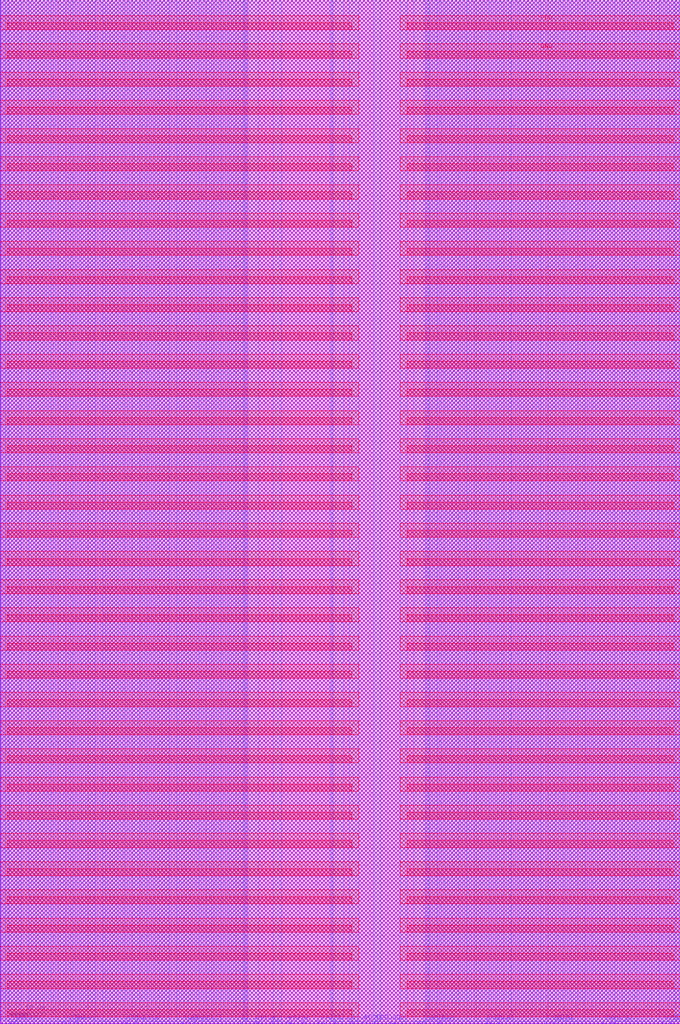
<source format=lef>
# Created by MC2 : Version 2006.09.01.d on 2024/04/08, 13:51:32

###############################################################################
#        Software       : TSMC MEMORY COMPILER 2006.09.01.d
#        Technology     : 65 nm CMOS LOGIC Low Power LowK Cu 1P9M 1.2
#                         Mix-vt logic, High-vt SRAM
#        Memory Type    : TSMC 65nm low power SP SRAM Without Redundancy
#        Library Name   : ts1n65lpa8192x8m16
#        Library Version: 140a
#        Generated Time : 2024/04/08, 13:51:24
###############################################################################
#
#STATEMENT OF USE
#
#This information contains confidential and proprietary information of TSMC.
#No part of this information may be reproduced, transmitted, transcribed,
#stored in a retrieval system, or translated into any human or computer
#language, in any form or by any means, electronic, mechanical, magnetic,
#optical, chemical, manual, or otherwise, without the prior written permission
#of TSMC. This information was prepared for informational purpose and is for
#use by TSMC's customers only. TSMC reserves the right to make changes in the
#information at any time and without notice.
#
###############################################################################
 
MACRO TS1N65LPA8192X8M16
	CLASS BLOCK ;
	FOREIGN TS1N65LPA8192X8M16 0.0 0.0 ;
	ORIGIN 0.0 0.0 ;
	SIZE 192.940 BY 290.485 ;
	SYMMETRY X Y R90 ;

	PIN A[0]
		DIRECTION INPUT ;
		USE SIGNAL ;
		PORT
			LAYER M1 ;
			RECT 99.335 0.000 99.855 0.520 ;
			LAYER M2 ;
			RECT 99.335 0.000 99.855 0.520 ;
			LAYER M3 ;
			RECT 99.335 0.000 99.855 0.520 ;
		END
	END A[0]

	PIN A[10]
		DIRECTION INPUT ;
		USE SIGNAL ;
		PORT
			LAYER M3 ;
			RECT 76.675 0.000 77.195 0.520 ;
			LAYER M1 ;
			RECT 76.675 0.000 77.195 0.520 ;
			LAYER M2 ;
			RECT 76.675 0.000 77.195 0.520 ;
		END
	END A[10]

	PIN A[11]
		DIRECTION INPUT ;
		USE SIGNAL ;
		PORT
			LAYER M1 ;
			RECT 73.500 0.000 74.020 0.520 ;
			LAYER M2 ;
			RECT 73.500 0.000 74.020 0.520 ;
			LAYER M3 ;
			RECT 73.500 0.000 74.020 0.520 ;
		END
	END A[11]

	PIN A[12]
		DIRECTION INPUT ;
		USE SIGNAL ;
		PORT
			LAYER M2 ;
			RECT 72.055 0.000 72.575 0.520 ;
			LAYER M1 ;
			RECT 72.055 0.000 72.575 0.520 ;
			LAYER M3 ;
			RECT 72.055 0.000 72.575 0.520 ;
		END
	END A[12]

	PIN A[1]
		DIRECTION INPUT ;
		USE SIGNAL ;
		PORT
			LAYER M2 ;
			RECT 102.790 0.000 103.310 0.520 ;
			LAYER M3 ;
			RECT 102.790 0.000 103.310 0.520 ;
			LAYER M1 ;
			RECT 102.790 0.000 103.310 0.520 ;
		END
	END A[1]

	PIN A[2]
		DIRECTION INPUT ;
		USE SIGNAL ;
		PORT
			LAYER M1 ;
			RECT 103.510 0.000 104.030 0.520 ;
			LAYER M2 ;
			RECT 103.510 0.000 104.030 0.520 ;
			LAYER M3 ;
			RECT 103.510 0.000 104.030 0.520 ;
		END
	END A[2]

	PIN A[3]
		DIRECTION INPUT ;
		USE SIGNAL ;
		PORT
			LAYER M1 ;
			RECT 105.670 0.000 106.190 0.520 ;
			LAYER M3 ;
			RECT 105.670 0.000 106.190 0.520 ;
			LAYER M2 ;
			RECT 105.670 0.000 106.190 0.520 ;
		END
	END A[3]

	PIN A[4]
		DIRECTION INPUT ;
		USE SIGNAL ;
		PORT
			LAYER M2 ;
			RECT 95.155 0.000 95.675 0.520 ;
			LAYER M3 ;
			RECT 95.155 0.000 95.675 0.520 ;
			LAYER M1 ;
			RECT 95.155 0.000 95.675 0.520 ;
		END
	END A[4]

	PIN A[5]
		DIRECTION INPUT ;
		USE SIGNAL ;
		PORT
			LAYER M3 ;
			RECT 91.980 0.000 92.500 0.520 ;
			LAYER M2 ;
			RECT 91.980 0.000 92.500 0.520 ;
			LAYER M1 ;
			RECT 91.980 0.000 92.500 0.520 ;
		END
	END A[5]

	PIN A[6]
		DIRECTION INPUT ;
		USE SIGNAL ;
		PORT
			LAYER M2 ;
			RECT 90.535 0.000 91.055 0.520 ;
			LAYER M3 ;
			RECT 90.535 0.000 91.055 0.520 ;
			LAYER M1 ;
			RECT 90.535 0.000 91.055 0.520 ;
		END
	END A[6]

	PIN A[7]
		DIRECTION INPUT ;
		USE SIGNAL ;
		PORT
			LAYER M3 ;
			RECT 85.915 0.000 86.435 0.520 ;
			LAYER M2 ;
			RECT 85.915 0.000 86.435 0.520 ;
			LAYER M1 ;
			RECT 85.915 0.000 86.435 0.520 ;
		END
	END A[7]

	PIN A[8]
		DIRECTION INPUT ;
		USE SIGNAL ;
		PORT
			LAYER M1 ;
			RECT 82.740 0.000 83.260 0.520 ;
			LAYER M2 ;
			RECT 82.740 0.000 83.260 0.520 ;
			LAYER M3 ;
			RECT 82.740 0.000 83.260 0.520 ;
		END
	END A[8]

	PIN A[9]
		DIRECTION INPUT ;
		USE SIGNAL ;
		PORT
			LAYER M3 ;
			RECT 81.295 0.000 81.815 0.520 ;
			LAYER M1 ;
			RECT 81.295 0.000 81.815 0.520 ;
			LAYER M2 ;
			RECT 81.295 0.000 81.815 0.520 ;
		END
	END A[9]

	PIN BWEB[0]
		DIRECTION INPUT ;
		USE SIGNAL ;
		PORT
			LAYER M1 ;
			RECT 4.335 0.000 4.855 0.520 ;
			LAYER M2 ;
			RECT 4.335 0.000 4.855 0.520 ;
			LAYER M3 ;
			RECT 4.335 0.000 4.855 0.520 ;
		END
	END BWEB[0]

	PIN BWEB[1]
		DIRECTION INPUT ;
		USE SIGNAL ;
		PORT
			LAYER M3 ;
			RECT 21.135 0.000 21.655 0.520 ;
			LAYER M1 ;
			RECT 21.135 0.000 21.655 0.520 ;
			LAYER M2 ;
			RECT 21.135 0.000 21.655 0.520 ;
		END
	END BWEB[1]

	PIN BWEB[2]
		DIRECTION INPUT ;
		USE SIGNAL ;
		PORT
			LAYER M1 ;
			RECT 37.935 0.000 38.455 0.520 ;
			LAYER M2 ;
			RECT 37.935 0.000 38.455 0.520 ;
			LAYER M3 ;
			RECT 37.935 0.000 38.455 0.520 ;
		END
	END BWEB[2]

	PIN BWEB[3]
		DIRECTION INPUT ;
		USE SIGNAL ;
		PORT
			LAYER M3 ;
			RECT 54.735 0.000 55.255 0.520 ;
			LAYER M1 ;
			RECT 54.735 0.000 55.255 0.520 ;
			LAYER M2 ;
			RECT 54.735 0.000 55.255 0.520 ;
		END
	END BWEB[3]

	PIN BWEB[4]
		DIRECTION INPUT ;
		USE SIGNAL ;
		PORT
			LAYER M3 ;
			RECT 137.685 0.000 138.205 0.520 ;
			LAYER M1 ;
			RECT 137.685 0.000 138.205 0.520 ;
			LAYER M2 ;
			RECT 137.685 0.000 138.205 0.520 ;
		END
	END BWEB[4]

	PIN BWEB[5]
		DIRECTION INPUT ;
		USE SIGNAL ;
		PORT
			LAYER M1 ;
			RECT 154.485 0.000 155.005 0.520 ;
			LAYER M2 ;
			RECT 154.485 0.000 155.005 0.520 ;
			LAYER M3 ;
			RECT 154.485 0.000 155.005 0.520 ;
		END
	END BWEB[5]

	PIN BWEB[6]
		DIRECTION INPUT ;
		USE SIGNAL ;
		PORT
			LAYER M2 ;
			RECT 171.285 0.000 171.805 0.520 ;
			LAYER M1 ;
			RECT 171.285 0.000 171.805 0.520 ;
			LAYER M3 ;
			RECT 171.285 0.000 171.805 0.520 ;
		END
	END BWEB[6]

	PIN BWEB[7]
		DIRECTION INPUT ;
		USE SIGNAL ;
		PORT
			LAYER M2 ;
			RECT 188.085 0.000 188.605 0.520 ;
			LAYER M3 ;
			RECT 188.085 0.000 188.605 0.520 ;
			LAYER M1 ;
			RECT 188.085 0.000 188.605 0.520 ;
		END
	END BWEB[7]

	PIN CEB
		DIRECTION INPUT ;
		USE SIGNAL ;
		PORT
			LAYER M2 ;
			RECT 106.390 0.000 106.910 0.520 ;
			LAYER M1 ;
			RECT 106.390 0.000 106.910 0.520 ;
			LAYER M3 ;
			RECT 106.390 0.000 106.910 0.520 ;
		END
	END CEB

	PIN CLK
		DIRECTION INPUT ;
		USE SIGNAL ;
		PORT
			LAYER M3 ;
			RECT 111.595 0.000 112.115 0.520 ;
			LAYER M1 ;
			RECT 111.595 0.000 112.115 0.520 ;
			LAYER M2 ;
			RECT 111.595 0.000 112.115 0.520 ;
		END
	END CLK

	PIN D[0]
		DIRECTION INPUT ;
		USE SIGNAL ;
		PORT
			LAYER M1 ;
			RECT 2.585 0.000 3.105 0.520 ;
			LAYER M3 ;
			RECT 2.585 0.000 3.105 0.520 ;
			LAYER M2 ;
			RECT 2.585 0.000 3.105 0.520 ;
		END
	END D[0]

	PIN D[1]
		DIRECTION INPUT ;
		USE SIGNAL ;
		PORT
			LAYER M3 ;
			RECT 19.385 0.000 19.905 0.520 ;
			LAYER M1 ;
			RECT 19.385 0.000 19.905 0.520 ;
			LAYER M2 ;
			RECT 19.385 0.000 19.905 0.520 ;
		END
	END D[1]

	PIN D[2]
		DIRECTION INPUT ;
		USE SIGNAL ;
		PORT
			LAYER M2 ;
			RECT 36.185 0.000 36.705 0.520 ;
			LAYER M3 ;
			RECT 36.185 0.000 36.705 0.520 ;
			LAYER M1 ;
			RECT 36.185 0.000 36.705 0.520 ;
		END
	END D[2]

	PIN D[3]
		DIRECTION INPUT ;
		USE SIGNAL ;
		PORT
			LAYER M2 ;
			RECT 52.985 0.000 53.505 0.520 ;
			LAYER M3 ;
			RECT 52.985 0.000 53.505 0.520 ;
			LAYER M1 ;
			RECT 52.985 0.000 53.505 0.520 ;
		END
	END D[3]

	PIN D[4]
		DIRECTION INPUT ;
		USE SIGNAL ;
		PORT
			LAYER M3 ;
			RECT 139.435 0.000 139.955 0.520 ;
			LAYER M1 ;
			RECT 139.435 0.000 139.955 0.520 ;
			LAYER M2 ;
			RECT 139.435 0.000 139.955 0.520 ;
		END
	END D[4]

	PIN D[5]
		DIRECTION INPUT ;
		USE SIGNAL ;
		PORT
			LAYER M1 ;
			RECT 156.235 0.000 156.755 0.520 ;
			LAYER M2 ;
			RECT 156.235 0.000 156.755 0.520 ;
			LAYER M3 ;
			RECT 156.235 0.000 156.755 0.520 ;
		END
	END D[5]

	PIN D[6]
		DIRECTION INPUT ;
		USE SIGNAL ;
		PORT
			LAYER M2 ;
			RECT 173.035 0.000 173.555 0.520 ;
			LAYER M3 ;
			RECT 173.035 0.000 173.555 0.520 ;
			LAYER M1 ;
			RECT 173.035 0.000 173.555 0.520 ;
		END
	END D[6]

	PIN D[7]
		DIRECTION INPUT ;
		USE SIGNAL ;
		PORT
			LAYER M3 ;
			RECT 189.835 0.000 190.355 0.520 ;
			LAYER M1 ;
			RECT 189.835 0.000 190.355 0.520 ;
			LAYER M2 ;
			RECT 189.835 0.000 190.355 0.520 ;
		END
	END D[7]

	PIN Q[0]
		DIRECTION OUTPUT ;
		USE SIGNAL ;
		PORT
			LAYER M3 ;
			RECT 17.790 0.000 18.310 0.520 ;
			LAYER M1 ;
			RECT 17.790 0.000 18.310 0.520 ;
			LAYER M2 ;
			RECT 17.790 0.000 18.310 0.520 ;
		END
	END Q[0]

	PIN Q[1]
		DIRECTION OUTPUT ;
		USE SIGNAL ;
		PORT
			LAYER M2 ;
			RECT 34.590 0.000 35.110 0.520 ;
			LAYER M3 ;
			RECT 34.590 0.000 35.110 0.520 ;
			LAYER M1 ;
			RECT 34.590 0.000 35.110 0.520 ;
		END
	END Q[1]

	PIN Q[2]
		DIRECTION OUTPUT ;
		USE SIGNAL ;
		PORT
			LAYER M3 ;
			RECT 51.390 0.000 51.910 0.520 ;
			LAYER M2 ;
			RECT 51.390 0.000 51.910 0.520 ;
			LAYER M1 ;
			RECT 51.390 0.000 51.910 0.520 ;
		END
	END Q[2]

	PIN Q[3]
		DIRECTION OUTPUT ;
		USE SIGNAL ;
		PORT
			LAYER M2 ;
			RECT 68.190 0.000 68.710 0.520 ;
			LAYER M1 ;
			RECT 68.190 0.000 68.710 0.520 ;
			LAYER M3 ;
			RECT 68.190 0.000 68.710 0.520 ;
		END
	END Q[3]

	PIN Q[4]
		DIRECTION OUTPUT ;
		USE SIGNAL ;
		PORT
			LAYER M2 ;
			RECT 124.230 0.000 124.750 0.520 ;
			LAYER M3 ;
			RECT 124.230 0.000 124.750 0.520 ;
			LAYER M1 ;
			RECT 124.230 0.000 124.750 0.520 ;
		END
	END Q[4]

	PIN Q[5]
		DIRECTION OUTPUT ;
		USE SIGNAL ;
		PORT
			LAYER M3 ;
			RECT 141.030 0.000 141.550 0.520 ;
			LAYER M1 ;
			RECT 141.030 0.000 141.550 0.520 ;
			LAYER M2 ;
			RECT 141.030 0.000 141.550 0.520 ;
		END
	END Q[5]

	PIN Q[6]
		DIRECTION OUTPUT ;
		USE SIGNAL ;
		PORT
			LAYER M1 ;
			RECT 157.830 0.000 158.350 0.520 ;
			LAYER M2 ;
			RECT 157.830 0.000 158.350 0.520 ;
			LAYER M3 ;
			RECT 157.830 0.000 158.350 0.520 ;
		END
	END Q[6]

	PIN Q[7]
		DIRECTION OUTPUT ;
		USE SIGNAL ;
		PORT
			LAYER M3 ;
			RECT 174.630 0.000 175.150 0.520 ;
			LAYER M2 ;
			RECT 174.630 0.000 175.150 0.520 ;
			LAYER M1 ;
			RECT 174.630 0.000 175.150 0.520 ;
		END
	END Q[7]

	PIN TSEL[0]
		DIRECTION INPUT ;
		USE SIGNAL ;
		PORT
			LAYER M3 ;
			RECT 119.210 0.000 119.730 0.520 ;
			LAYER M2 ;
			RECT 119.210 0.000 119.730 0.520 ;
			LAYER M1 ;
			RECT 119.210 0.000 119.730 0.520 ;
		END
	END TSEL[0]

	PIN TSEL[1]
		DIRECTION INPUT ;
		USE SIGNAL ;
		PORT
			LAYER M2 ;
			RECT 119.930 0.000 120.450 0.520 ;
			LAYER M3 ;
			RECT 119.930 0.000 120.450 0.520 ;
			LAYER M1 ;
			RECT 119.930 0.000 120.450 0.520 ;
		END
	END TSEL[1]

	PIN WEB
		DIRECTION INPUT ;
		USE SIGNAL ;
		PORT
			LAYER M3 ;
			RECT 110.340 0.000 110.860 0.520 ;
			LAYER M1 ;
			RECT 110.340 0.000 110.860 0.520 ;
			LAYER M2 ;
			RECT 110.340 0.000 110.860 0.520 ;
		END
	END WEB
	PIN VDD
		DIRECTION INOUT ;
		USE POWER ;
		PORT
			LAYER M5 ;
			RECT 0.000 10.000 101.665 14.000 ;
			LAYER M5 ;
			RECT 113.445 10.000 192.940 14.000 ;
			LAYER M5 ;
			RECT 0.000 26.000 101.665 30.000 ;
			LAYER M5 ;
			RECT 113.445 26.000 192.940 30.000 ;
			LAYER M5 ;
			RECT 0.000 42.000 101.665 46.000 ;
			LAYER M5 ;
			RECT 113.445 42.000 192.940 46.000 ;
			LAYER M5 ;
			RECT 0.000 58.000 101.665 62.000 ;
			LAYER M5 ;
			RECT 113.445 58.000 192.940 62.000 ;
			LAYER M5 ;
			RECT 0.000 74.000 101.665 78.000 ;
			LAYER M5 ;
			RECT 113.445 74.000 192.940 78.000 ;
			LAYER M5 ;
			RECT 0.000 90.000 101.665 94.000 ;
			LAYER M5 ;
			RECT 113.445 90.000 192.940 94.000 ;
			LAYER M5 ;
			RECT 0.000 106.000 101.665 110.000 ;
			LAYER M5 ;
			RECT 113.445 106.000 192.940 110.000 ;
			LAYER M5 ;
			RECT 0.000 122.000 101.665 126.000 ;
			LAYER M5 ;
			RECT 113.445 122.000 192.940 126.000 ;
			LAYER M5 ;
			RECT 0.000 138.000 101.665 142.000 ;
			LAYER M5 ;
			RECT 113.445 138.000 192.940 142.000 ;
			LAYER M5 ;
			RECT 0.000 154.000 101.665 158.000 ;
			LAYER M5 ;
			RECT 113.445 154.000 192.940 158.000 ;
			LAYER M5 ;
			RECT 0.000 170.000 101.665 174.000 ;
			LAYER M5 ;
			RECT 113.445 170.000 192.940 174.000 ;
			LAYER M5 ;
			RECT 0.000 186.000 101.665 190.000 ;
			LAYER M5 ;
			RECT 113.445 186.000 192.940 190.000 ;
			LAYER M5 ;
			RECT 0.000 202.000 101.665 206.000 ;
			LAYER M5 ;
			RECT 113.445 202.000 192.940 206.000 ;
			LAYER M5 ;
			RECT 0.000 218.000 101.665 222.000 ;
			LAYER M5 ;
			RECT 113.445 218.000 192.940 222.000 ;
			LAYER M5 ;
			RECT 0.000 234.000 101.665 238.000 ;
			LAYER M5 ;
			RECT 113.445 234.000 192.940 238.000 ;
			LAYER M5 ;
			RECT 0.000 250.000 101.665 254.000 ;
			LAYER M5 ;
			RECT 113.445 250.000 192.940 254.000 ;
			LAYER M5 ;
			RECT 0.000 266.000 101.665 270.000 ;
			LAYER M5 ;
			RECT 113.445 266.000 192.940 270.000 ;
			LAYER M5 ;
			RECT 0.000 282.000 101.665 286.000 ;
			LAYER M5 ;
			RECT 113.445 282.000 192.940 286.000 ;
		LAYER M4 ;
		RECT 0.140 0.730 0.470 290.485 ;
		LAYER M4 ;
		RECT 1.580 0.730 1.960 290.485 ;
		LAYER M4 ;
		RECT 3.680 0.730 4.060 290.485 ;
		LAYER M4 ;
		RECT 5.780 0.730 6.160 290.485 ;
		LAYER M4 ;
		RECT 7.880 0.730 8.260 290.485 ;
		LAYER M4 ;
		RECT 9.980 0.730 10.360 290.485 ;
		LAYER M4 ;
		RECT 12.080 0.730 12.460 290.485 ;
		LAYER M4 ;
		RECT 14.180 0.730 14.560 290.485 ;
		LAYER M4 ;
		RECT 16.280 0.730 16.660 290.485 ;
		LAYER M4 ;
		RECT 18.380 0.730 18.760 290.485 ;
		LAYER M4 ;
		RECT 20.480 0.730 20.860 290.485 ;
		LAYER M4 ;
		RECT 22.580 0.730 22.960 290.485 ;
		LAYER M4 ;
		RECT 24.680 0.730 25.060 290.485 ;
		LAYER M4 ;
		RECT 26.780 0.730 27.160 290.485 ;
		LAYER M4 ;
		RECT 28.880 0.730 29.260 290.485 ;
		LAYER M4 ;
		RECT 30.980 0.730 31.360 290.485 ;
		LAYER M4 ;
		RECT 33.080 0.730 33.460 290.485 ;
		LAYER M4 ;
		RECT 35.180 0.730 35.560 290.485 ;
		LAYER M4 ;
		RECT 37.280 0.730 37.660 290.485 ;
		LAYER M4 ;
		RECT 39.380 0.730 39.760 290.485 ;
		LAYER M4 ;
		RECT 41.480 0.730 41.860 290.485 ;
		LAYER M4 ;
		RECT 43.580 0.730 43.960 290.485 ;
		LAYER M4 ;
		RECT 45.680 0.730 46.060 290.485 ;
		LAYER M4 ;
		RECT 47.780 0.730 48.160 290.485 ;
		LAYER M4 ;
		RECT 49.880 0.730 50.260 290.485 ;
		LAYER M4 ;
		RECT 51.980 0.730 52.360 290.485 ;
		LAYER M4 ;
		RECT 54.080 0.730 54.460 290.485 ;
		LAYER M4 ;
		RECT 56.180 0.730 56.560 290.485 ;
		LAYER M4 ;
		RECT 58.280 0.730 58.660 290.485 ;
		LAYER M4 ;
		RECT 60.380 0.730 60.760 290.485 ;
		LAYER M4 ;
		RECT 62.480 0.730 62.860 290.485 ;
		LAYER M4 ;
		RECT 64.580 0.730 64.960 290.485 ;
		LAYER M4 ;
		RECT 66.680 0.730 67.060 290.485 ;
		LAYER M4 ;
		RECT 68.780 0.730 69.160 290.485 ;
		LAYER M4 ;
		RECT 77.440 0.730 79.800 290.485 ;
		LAYER M4 ;
		RECT 94.505 0.730 97.505 290.485 ;
		LAYER M4 ;
		RECT 106.005 0.730 108.005 290.485 ;
		LAYER M4 ;
		RECT 113.445 0.730 115.445 290.485 ;
		LAYER M4 ;
		RECT 121.680 0.730 122.060 290.485 ;
		LAYER M4 ;
		RECT 123.780 0.730 124.160 290.485 ;
		LAYER M4 ;
		RECT 125.880 0.730 126.260 290.485 ;
		LAYER M4 ;
		RECT 127.980 0.730 128.360 290.485 ;
		LAYER M4 ;
		RECT 130.080 0.730 130.460 290.485 ;
		LAYER M4 ;
		RECT 132.180 0.730 132.560 290.485 ;
		LAYER M4 ;
		RECT 134.280 0.730 134.660 290.485 ;
		LAYER M4 ;
		RECT 136.380 0.730 136.760 290.485 ;
		LAYER M4 ;
		RECT 138.480 0.730 138.860 290.485 ;
		LAYER M4 ;
		RECT 140.580 0.730 140.960 290.485 ;
		LAYER M4 ;
		RECT 142.680 0.730 143.060 290.485 ;
		LAYER M4 ;
		RECT 144.780 0.730 145.160 290.485 ;
		LAYER M4 ;
		RECT 146.880 0.730 147.260 290.485 ;
		LAYER M4 ;
		RECT 148.980 0.730 149.360 290.485 ;
		LAYER M4 ;
		RECT 151.080 0.730 151.460 290.485 ;
		LAYER M4 ;
		RECT 153.180 0.730 153.560 290.485 ;
		LAYER M4 ;
		RECT 155.280 0.730 155.660 290.485 ;
		LAYER M4 ;
		RECT 157.380 0.730 157.760 290.485 ;
		LAYER M4 ;
		RECT 159.480 0.730 159.860 290.485 ;
		LAYER M4 ;
		RECT 161.580 0.730 161.960 290.485 ;
		LAYER M4 ;
		RECT 163.680 0.730 164.060 290.485 ;
		LAYER M4 ;
		RECT 165.780 0.730 166.160 290.485 ;
		LAYER M4 ;
		RECT 167.880 0.730 168.260 290.485 ;
		LAYER M4 ;
		RECT 169.980 0.730 170.360 290.485 ;
		LAYER M4 ;
		RECT 172.080 0.730 172.460 290.485 ;
		LAYER M4 ;
		RECT 174.180 0.730 174.560 290.485 ;
		LAYER M4 ;
		RECT 176.280 0.730 176.660 290.485 ;
		LAYER M4 ;
		RECT 178.380 0.730 178.760 290.485 ;
		LAYER M4 ;
		RECT 180.480 0.730 180.860 290.485 ;
		LAYER M4 ;
		RECT 182.580 0.730 182.960 290.485 ;
		LAYER M4 ;
		RECT 184.680 0.730 185.060 290.485 ;
		LAYER M4 ;
		RECT 186.780 0.730 187.160 290.485 ;
		LAYER M4 ;
		RECT 188.880 0.730 189.260 290.485 ;
		LAYER M4 ;
		RECT 190.980 0.730 191.360 290.485 ;
		LAYER M4 ;
		RECT 192.470 0.730 192.800 290.485 ;
		END
	END VDD

	PIN GND
		DIRECTION INOUT ;
		USE GROUND ;
		PORT
			LAYER M5 ;
			RECT 0.000 2.000 101.665 6.000 ;
			LAYER M5 ;
			RECT 113.445 2.000 192.940 6.000 ;
			LAYER M5 ;
			RECT 0.000 18.000 101.665 22.000 ;
			LAYER M5 ;
			RECT 113.445 18.000 192.940 22.000 ;
			LAYER M5 ;
			RECT 0.000 34.000 101.665 38.000 ;
			LAYER M5 ;
			RECT 113.445 34.000 192.940 38.000 ;
			LAYER M5 ;
			RECT 0.000 50.000 101.665 54.000 ;
			LAYER M5 ;
			RECT 113.445 50.000 192.940 54.000 ;
			LAYER M5 ;
			RECT 0.000 66.000 101.665 70.000 ;
			LAYER M5 ;
			RECT 113.445 66.000 192.940 70.000 ;
			LAYER M5 ;
			RECT 0.000 82.000 101.665 86.000 ;
			LAYER M5 ;
			RECT 113.445 82.000 192.940 86.000 ;
			LAYER M5 ;
			RECT 0.000 98.000 101.665 102.000 ;
			LAYER M5 ;
			RECT 113.445 98.000 192.940 102.000 ;
			LAYER M5 ;
			RECT 0.000 114.000 101.665 118.000 ;
			LAYER M5 ;
			RECT 113.445 114.000 192.940 118.000 ;
			LAYER M5 ;
			RECT 0.000 130.000 101.665 134.000 ;
			LAYER M5 ;
			RECT 113.445 130.000 192.940 134.000 ;
			LAYER M5 ;
			RECT 0.000 146.000 101.665 150.000 ;
			LAYER M5 ;
			RECT 113.445 146.000 192.940 150.000 ;
			LAYER M5 ;
			RECT 0.000 162.000 101.665 166.000 ;
			LAYER M5 ;
			RECT 113.445 162.000 192.940 166.000 ;
			LAYER M5 ;
			RECT 0.000 178.000 101.665 182.000 ;
			LAYER M5 ;
			RECT 113.445 178.000 192.940 182.000 ;
			LAYER M5 ;
			RECT 0.000 194.000 101.665 198.000 ;
			LAYER M5 ;
			RECT 113.445 194.000 192.940 198.000 ;
			LAYER M5 ;
			RECT 0.000 210.000 101.665 214.000 ;
			LAYER M5 ;
			RECT 113.445 210.000 192.940 214.000 ;
			LAYER M5 ;
			RECT 0.000 226.000 101.665 230.000 ;
			LAYER M5 ;
			RECT 113.445 226.000 192.940 230.000 ;
			LAYER M5 ;
			RECT 0.000 242.000 101.665 246.000 ;
			LAYER M5 ;
			RECT 113.445 242.000 192.940 246.000 ;
			LAYER M5 ;
			RECT 0.000 258.000 101.665 262.000 ;
			LAYER M5 ;
			RECT 113.445 258.000 192.940 262.000 ;
			LAYER M5 ;
			RECT 0.000 274.000 101.665 278.000 ;
			LAYER M5 ;
			RECT 113.445 274.000 192.940 278.000 ;
		LAYER M4 ;
		RECT 1.035 0.730 1.415 290.485 ;
		LAYER M4 ;
		RECT 2.530 0.730 3.110 290.485 ;
		LAYER M4 ;
		RECT 4.630 0.730 5.210 290.485 ;
		LAYER M4 ;
		RECT 6.730 0.730 7.310 290.485 ;
		LAYER M4 ;
		RECT 8.830 0.730 9.410 290.485 ;
		LAYER M4 ;
		RECT 10.930 0.730 11.510 290.485 ;
		LAYER M4 ;
		RECT 13.030 0.730 13.610 290.485 ;
		LAYER M4 ;
		RECT 15.130 0.730 15.710 290.485 ;
		LAYER M4 ;
		RECT 17.230 0.730 17.810 290.485 ;
		LAYER M4 ;
		RECT 19.330 0.730 19.910 290.485 ;
		LAYER M4 ;
		RECT 21.430 0.730 22.010 290.485 ;
		LAYER M4 ;
		RECT 23.530 0.730 24.110 290.485 ;
		LAYER M4 ;
		RECT 25.630 0.730 26.210 290.485 ;
		LAYER M4 ;
		RECT 27.730 0.730 28.310 290.485 ;
		LAYER M4 ;
		RECT 29.830 0.730 30.410 290.485 ;
		LAYER M4 ;
		RECT 31.930 0.730 32.510 290.485 ;
		LAYER M4 ;
		RECT 34.030 0.730 34.610 290.485 ;
		LAYER M4 ;
		RECT 36.130 0.730 36.710 290.485 ;
		LAYER M4 ;
		RECT 38.230 0.730 38.810 290.485 ;
		LAYER M4 ;
		RECT 40.330 0.730 40.910 290.485 ;
		LAYER M4 ;
		RECT 42.430 0.730 43.010 290.485 ;
		LAYER M4 ;
		RECT 44.530 0.730 45.110 290.485 ;
		LAYER M4 ;
		RECT 46.630 0.730 47.210 290.485 ;
		LAYER M4 ;
		RECT 48.730 0.730 49.310 290.485 ;
		LAYER M4 ;
		RECT 50.830 0.730 51.410 290.485 ;
		LAYER M4 ;
		RECT 52.930 0.730 53.510 290.485 ;
		LAYER M4 ;
		RECT 55.030 0.730 55.610 290.485 ;
		LAYER M4 ;
		RECT 57.130 0.730 57.710 290.485 ;
		LAYER M4 ;
		RECT 59.230 0.730 59.810 290.485 ;
		LAYER M4 ;
		RECT 61.330 0.730 61.910 290.485 ;
		LAYER M4 ;
		RECT 63.430 0.730 64.010 290.485 ;
		LAYER M4 ;
		RECT 65.530 0.730 66.110 290.485 ;
		LAYER M4 ;
		RECT 67.630 0.730 68.210 290.485 ;
		LAYER M4 ;
		RECT 69.325 0.730 69.705 290.485 ;
		LAYER M4 ;
		RECT 70.205 0.730 73.300 290.485 ;
		LAYER M4 ;
		RECT 93.605 0.730 94.005 290.485 ;
		LAYER M4 ;
		RECT 98.965 0.730 101.665 290.485 ;
		LAYER M4 ;
		RECT 117.370 0.730 120.570 290.485 ;
		LAYER M4 ;
		RECT 121.135 0.730 121.515 290.485 ;
		LAYER M4 ;
		RECT 122.630 0.730 123.210 290.485 ;
		LAYER M4 ;
		RECT 124.730 0.730 125.310 290.485 ;
		LAYER M4 ;
		RECT 126.830 0.730 127.410 290.485 ;
		LAYER M4 ;
		RECT 128.930 0.730 129.510 290.485 ;
		LAYER M4 ;
		RECT 131.030 0.730 131.610 290.485 ;
		LAYER M4 ;
		RECT 133.130 0.730 133.710 290.485 ;
		LAYER M4 ;
		RECT 135.230 0.730 135.810 290.485 ;
		LAYER M4 ;
		RECT 137.330 0.730 137.910 290.485 ;
		LAYER M4 ;
		RECT 139.430 0.730 140.010 290.485 ;
		LAYER M4 ;
		RECT 141.530 0.730 142.110 290.485 ;
		LAYER M4 ;
		RECT 143.630 0.730 144.210 290.485 ;
		LAYER M4 ;
		RECT 145.730 0.730 146.310 290.485 ;
		LAYER M4 ;
		RECT 147.830 0.730 148.410 290.485 ;
		LAYER M4 ;
		RECT 149.930 0.730 150.510 290.485 ;
		LAYER M4 ;
		RECT 152.030 0.730 152.610 290.485 ;
		LAYER M4 ;
		RECT 154.130 0.730 154.710 290.485 ;
		LAYER M4 ;
		RECT 156.230 0.730 156.810 290.485 ;
		LAYER M4 ;
		RECT 158.330 0.730 158.910 290.485 ;
		LAYER M4 ;
		RECT 160.430 0.730 161.010 290.485 ;
		LAYER M4 ;
		RECT 162.530 0.730 163.110 290.485 ;
		LAYER M4 ;
		RECT 164.630 0.730 165.210 290.485 ;
		LAYER M4 ;
		RECT 166.730 0.730 167.310 290.485 ;
		LAYER M4 ;
		RECT 168.830 0.730 169.410 290.485 ;
		LAYER M4 ;
		RECT 170.930 0.730 171.510 290.485 ;
		LAYER M4 ;
		RECT 173.030 0.730 173.610 290.485 ;
		LAYER M4 ;
		RECT 175.130 0.730 175.710 290.485 ;
		LAYER M4 ;
		RECT 177.230 0.730 177.810 290.485 ;
		LAYER M4 ;
		RECT 179.330 0.730 179.910 290.485 ;
		LAYER M4 ;
		RECT 181.430 0.730 182.010 290.485 ;
		LAYER M4 ;
		RECT 183.530 0.730 184.110 290.485 ;
		LAYER M4 ;
		RECT 185.630 0.730 186.210 290.485 ;
		LAYER M4 ;
		RECT 187.730 0.730 188.310 290.485 ;
		LAYER M4 ;
		RECT 189.830 0.730 190.410 290.485 ;
		LAYER M4 ;
		RECT 191.525 0.730 191.905 290.485 ;
		END
	END GND

	OBS
		# Pmesh blockages
		LAYER M5 ;
		RECT 2.000 10.000 99.665 12.000 ;
		LAYER M5 ;
		RECT 115.445 10.000 190.940 12.000 ;
		LAYER M5 ;
		RECT 2.000 26.000 99.665 28.000 ;
		LAYER M5 ;
		RECT 115.445 26.000 190.940 28.000 ;
		LAYER M5 ;
		RECT 2.000 42.000 99.665 44.000 ;
		LAYER M5 ;
		RECT 115.445 42.000 190.940 44.000 ;
		LAYER M5 ;
		RECT 2.000 58.000 99.665 60.000 ;
		LAYER M5 ;
		RECT 115.445 58.000 190.940 60.000 ;
		LAYER M5 ;
		RECT 2.000 74.000 99.665 76.000 ;
		LAYER M5 ;
		RECT 115.445 74.000 190.940 76.000 ;
		LAYER M5 ;
		RECT 2.000 90.000 99.665 92.000 ;
		LAYER M5 ;
		RECT 115.445 90.000 190.940 92.000 ;
		LAYER M5 ;
		RECT 2.000 106.000 99.665 108.000 ;
		LAYER M5 ;
		RECT 115.445 106.000 190.940 108.000 ;
		LAYER M5 ;
		RECT 2.000 122.000 99.665 124.000 ;
		LAYER M5 ;
		RECT 115.445 122.000 190.940 124.000 ;
		LAYER M5 ;
		RECT 2.000 138.000 99.665 140.000 ;
		LAYER M5 ;
		RECT 115.445 138.000 190.940 140.000 ;
		LAYER M5 ;
		RECT 2.000 154.000 99.665 156.000 ;
		LAYER M5 ;
		RECT 115.445 154.000 190.940 156.000 ;
		LAYER M5 ;
		RECT 2.000 170.000 99.665 172.000 ;
		LAYER M5 ;
		RECT 115.445 170.000 190.940 172.000 ;
		LAYER M5 ;
		RECT 2.000 186.000 99.665 188.000 ;
		LAYER M5 ;
		RECT 115.445 186.000 190.940 188.000 ;
		LAYER M5 ;
		RECT 2.000 202.000 99.665 204.000 ;
		LAYER M5 ;
		RECT 115.445 202.000 190.940 204.000 ;
		LAYER M5 ;
		RECT 2.000 218.000 99.665 220.000 ;
		LAYER M5 ;
		RECT 115.445 218.000 190.940 220.000 ;
		LAYER M5 ;
		RECT 2.000 234.000 99.665 236.000 ;
		LAYER M5 ;
		RECT 115.445 234.000 190.940 236.000 ;
		LAYER M5 ;
		RECT 2.000 250.000 99.665 252.000 ;
		LAYER M5 ;
		RECT 115.445 250.000 190.940 252.000 ;
		LAYER M5 ;
		RECT 2.000 266.000 99.665 268.000 ;
		LAYER M5 ;
		RECT 115.445 266.000 190.940 268.000 ;
		LAYER M5 ;
		RECT 2.000 282.000 99.665 284.000 ;
		LAYER M5 ;
		RECT 115.445 282.000 190.940 284.000 ;
		LAYER M5 ;
		RECT 2.000 2.000 99.665 4.000 ;
		LAYER M5 ;
		RECT 115.445 2.000 190.940 4.000 ;
		LAYER M5 ;
		RECT 2.000 18.000 99.665 20.000 ;
		LAYER M5 ;
		RECT 115.445 18.000 190.940 20.000 ;
		LAYER M5 ;
		RECT 2.000 34.000 99.665 36.000 ;
		LAYER M5 ;
		RECT 115.445 34.000 190.940 36.000 ;
		LAYER M5 ;
		RECT 2.000 50.000 99.665 52.000 ;
		LAYER M5 ;
		RECT 115.445 50.000 190.940 52.000 ;
		LAYER M5 ;
		RECT 2.000 66.000 99.665 68.000 ;
		LAYER M5 ;
		RECT 115.445 66.000 190.940 68.000 ;
		LAYER M5 ;
		RECT 2.000 82.000 99.665 84.000 ;
		LAYER M5 ;
		RECT 115.445 82.000 190.940 84.000 ;
		LAYER M5 ;
		RECT 2.000 98.000 99.665 100.000 ;
		LAYER M5 ;
		RECT 115.445 98.000 190.940 100.000 ;
		LAYER M5 ;
		RECT 2.000 114.000 99.665 116.000 ;
		LAYER M5 ;
		RECT 115.445 114.000 190.940 116.000 ;
		LAYER M5 ;
		RECT 2.000 130.000 99.665 132.000 ;
		LAYER M5 ;
		RECT 115.445 130.000 190.940 132.000 ;
		LAYER M5 ;
		RECT 2.000 146.000 99.665 148.000 ;
		LAYER M5 ;
		RECT 115.445 146.000 190.940 148.000 ;
		LAYER M5 ;
		RECT 2.000 162.000 99.665 164.000 ;
		LAYER M5 ;
		RECT 115.445 162.000 190.940 164.000 ;
		LAYER M5 ;
		RECT 2.000 178.000 99.665 180.000 ;
		LAYER M5 ;
		RECT 115.445 178.000 190.940 180.000 ;
		LAYER M5 ;
		RECT 2.000 194.000 99.665 196.000 ;
		LAYER M5 ;
		RECT 115.445 194.000 190.940 196.000 ;
		LAYER M5 ;
		RECT 2.000 210.000 99.665 212.000 ;
		LAYER M5 ;
		RECT 115.445 210.000 190.940 212.000 ;
		LAYER M5 ;
		RECT 2.000 226.000 99.665 228.000 ;
		LAYER M5 ;
		RECT 115.445 226.000 190.940 228.000 ;
		LAYER M5 ;
		RECT 2.000 242.000 99.665 244.000 ;
		LAYER M5 ;
		RECT 115.445 242.000 190.940 244.000 ;
		LAYER M5 ;
		RECT 2.000 258.000 99.665 260.000 ;
		LAYER M5 ;
		RECT 115.445 258.000 190.940 260.000 ;
		LAYER M5 ;
		RECT 2.000 274.000 99.665 276.000 ;
		LAYER M5 ;
		RECT 115.445 274.000 190.940 276.000 ;

		# Mc2Finalize block inhibit statement blockage
		# Promoted blockages
		LAYER M1 ;
		RECT 190.515 0.000 192.940 0.520 ;
		LAYER M3 ;
		RECT 190.515 0.000 192.940 0.520 ;
		LAYER M2 ;
		RECT 171.965 0.000 172.875 0.520 ;
		LAYER M2 ;
		RECT 190.515 0.000 192.940 0.520 ;
		LAYER M3 ;
		RECT 173.715 0.000 174.470 0.520 ;
		LAYER M2 ;
		RECT 173.715 0.000 174.470 0.520 ;
		LAYER M2 ;
		RECT 38.615 0.000 51.230 0.520 ;
		LAYER M1 ;
		RECT 36.865 0.000 37.775 0.520 ;
		LAYER M3 ;
		RECT 36.865 0.000 37.775 0.520 ;
		LAYER M2 ;
		RECT 36.865 0.000 37.775 0.520 ;
		LAYER M3 ;
		RECT 38.615 0.000 51.230 0.520 ;
		LAYER M1 ;
		RECT 38.615 0.000 51.230 0.520 ;
		LAYER M1 ;
		RECT 52.070 0.000 52.825 0.520 ;
		LAYER M2 ;
		RECT 52.070 0.000 52.825 0.520 ;
		LAYER M1 ;
		RECT 53.665 0.000 54.575 0.520 ;
		LAYER M3 ;
		RECT 52.070 0.000 52.825 0.520 ;
		LAYER M3 ;
		RECT 188.765 0.000 189.675 0.520 ;
		LAYER M3 ;
		RECT 175.310 0.000 187.925 0.520 ;
		LAYER M1 ;
		RECT 173.715 0.000 174.470 0.520 ;
		LAYER M1 ;
		RECT 171.965 0.000 172.875 0.520 ;
		LAYER M2 ;
		RECT 55.415 0.000 68.030 0.520 ;
		LAYER M1 ;
		RECT 55.415 0.000 68.030 0.520 ;
		LAYER M2 ;
		RECT 53.665 0.000 54.575 0.520 ;
		LAYER M3 ;
		RECT 53.665 0.000 54.575 0.520 ;
		LAYER M3 ;
		RECT 55.415 0.000 68.030 0.520 ;
		LAYER M2 ;
		RECT 188.765 0.000 189.675 0.520 ;
		LAYER M1 ;
		RECT 188.765 0.000 189.675 0.520 ;
		LAYER M2 ;
		RECT 175.310 0.000 187.925 0.520 ;
		LAYER M1 ;
		RECT 175.310 0.000 187.925 0.520 ;
		LAYER M4 ;
		RECT 191.360 0.730 191.525 290.485 ;
		LAYER M4 ;
		RECT 121.515 0.730 121.680 290.485 ;
		LAYER M4 ;
		RECT 120.570 0.730 121.135 290.485 ;
		LAYER M1 ;
		RECT 2.425 0.520 192.940 290.485 ;
		LAYER M2 ;
		RECT 2.425 0.520 192.940 290.485 ;
		LAYER M3 ;
		RECT 2.425 0.520 192.940 290.485 ;
		LAYER M3 ;
		RECT 3.265 0.000 4.175 0.520 ;
		LAYER M3 ;
		RECT 171.965 0.000 172.875 0.520 ;
		LAYER VIA2 ;
		RECT 0.000 0.000 192.940 290.485 ;
		LAYER VIA3 ;
		RECT 0.000 0.000 192.940 290.485 ;
		LAYER VIA1 ;
		RECT 0.000 0.000 192.940 290.485 ;
		LAYER M2 ;
		RECT 158.510 0.000 171.125 0.520 ;
		LAYER M3 ;
		RECT 141.710 0.000 154.325 0.520 ;
		LAYER M2 ;
		RECT 155.165 0.000 156.075 0.520 ;
		LAYER M1 ;
		RECT 141.710 0.000 154.325 0.520 ;
		LAYER M2 ;
		RECT 141.710 0.000 154.325 0.520 ;
		LAYER M2 ;
		RECT 120.610 0.000 124.070 0.520 ;
		LAYER M1 ;
		RECT 120.610 0.000 124.070 0.520 ;
		LAYER M1 ;
		RECT 111.020 0.000 111.435 0.520 ;
		LAYER M2 ;
		RECT 111.020 0.000 111.435 0.520 ;
		LAYER M2 ;
		RECT 112.275 0.000 119.050 0.520 ;
		LAYER M2 ;
		RECT 138.365 0.000 139.275 0.520 ;
		LAYER M1 ;
		RECT 107.070 0.000 110.180 0.520 ;
		LAYER M2 ;
		RECT 107.070 0.000 110.180 0.520 ;
		LAYER M1 ;
		RECT 74.180 0.000 76.515 0.520 ;
		LAYER M1 ;
		RECT 81.975 0.000 82.580 0.520 ;
		LAYER M2 ;
		RECT 83.420 0.000 85.755 0.520 ;
		LAYER M1 ;
		RECT 83.420 0.000 85.755 0.520 ;
		LAYER M1 ;
		RECT 158.510 0.000 171.125 0.520 ;
		LAYER M3 ;
		RECT 158.510 0.000 171.125 0.520 ;
		LAYER M3 ;
		RECT 120.610 0.000 124.070 0.520 ;
		LAYER M1 ;
		RECT 140.115 0.000 140.870 0.520 ;
		LAYER M3 ;
		RECT 140.115 0.000 140.870 0.520 ;
		LAYER M2 ;
		RECT 140.115 0.000 140.870 0.520 ;
		LAYER M1 ;
		RECT 156.915 0.000 157.670 0.520 ;
		LAYER M2 ;
		RECT 156.915 0.000 157.670 0.520 ;
		LAYER M3 ;
		RECT 156.915 0.000 157.670 0.520 ;
		LAYER M1 ;
		RECT 155.165 0.000 156.075 0.520 ;
		LAYER M3 ;
		RECT 155.165 0.000 156.075 0.520 ;
		LAYER M1 ;
		RECT 138.365 0.000 139.275 0.520 ;
		LAYER M3 ;
		RECT 138.365 0.000 139.275 0.520 ;
		LAYER M1 ;
		RECT 104.190 0.000 105.510 0.520 ;
		LAYER M3 ;
		RECT 124.910 0.000 137.525 0.520 ;
		LAYER M2 ;
		RECT 124.910 0.000 137.525 0.520 ;
		LAYER M1 ;
		RECT 124.910 0.000 137.525 0.520 ;
		LAYER M1 ;
		RECT 112.275 0.000 119.050 0.520 ;
		LAYER M1 ;
		RECT 68.870 0.000 71.895 0.520 ;
		LAYER M2 ;
		RECT 68.870 0.000 71.895 0.520 ;
		LAYER M3 ;
		RECT 68.870 0.000 71.895 0.520 ;
		LAYER M3 ;
		RECT 112.275 0.000 119.050 0.520 ;
		LAYER M3 ;
		RECT 111.020 0.000 111.435 0.520 ;
		LAYER M3 ;
		RECT 107.070 0.000 110.180 0.520 ;
		LAYER M3 ;
		RECT 104.190 0.000 105.510 0.520 ;
		LAYER M2 ;
		RECT 104.190 0.000 105.510 0.520 ;
		LAYER M2 ;
		RECT 95.835 0.000 99.175 0.520 ;
		LAYER M3 ;
		RECT 95.835 0.000 99.175 0.520 ;
		LAYER M1 ;
		RECT 100.015 0.000 102.630 0.520 ;
		LAYER M2 ;
		RECT 100.015 0.000 102.630 0.520 ;
		LAYER M3 ;
		RECT 100.015 0.000 102.630 0.520 ;
		LAYER M2 ;
		RECT 74.180 0.000 76.515 0.520 ;
		LAYER M2 ;
		RECT 77.355 0.000 81.135 0.520 ;
		LAYER M3 ;
		RECT 77.355 0.000 81.135 0.520 ;
		LAYER M3 ;
		RECT 83.420 0.000 85.755 0.520 ;
		LAYER M2 ;
		RECT 81.975 0.000 82.580 0.520 ;
		LAYER M3 ;
		RECT 81.975 0.000 82.580 0.520 ;
		LAYER M2 ;
		RECT 72.735 0.000 73.340 0.520 ;
		LAYER M3 ;
		RECT 72.735 0.000 73.340 0.520 ;
		LAYER M1 ;
		RECT 72.735 0.000 73.340 0.520 ;
		LAYER M1 ;
		RECT 86.595 0.000 90.375 0.520 ;
		LAYER M3 ;
		RECT 91.215 0.000 91.820 0.520 ;
		LAYER M3 ;
		RECT 92.660 0.000 94.995 0.520 ;
		LAYER M1 ;
		RECT 92.660 0.000 94.995 0.520 ;
		LAYER M3 ;
		RECT 86.595 0.000 90.375 0.520 ;
		LAYER M2 ;
		RECT 86.595 0.000 90.375 0.520 ;
		LAYER M3 ;
		RECT 74.180 0.000 76.515 0.520 ;
		LAYER M1 ;
		RECT 95.835 0.000 99.175 0.520 ;
		LAYER M2 ;
		RECT 92.660 0.000 94.995 0.520 ;
		LAYER M1 ;
		RECT 18.470 0.000 19.225 0.520 ;
		LAYER M3 ;
		RECT 20.065 0.000 20.975 0.520 ;
		LAYER M2 ;
		RECT 20.065 0.000 20.975 0.520 ;
		LAYER M2 ;
		RECT 21.815 0.000 34.430 0.520 ;
		LAYER M1 ;
		RECT 20.065 0.000 20.975 0.520 ;
		LAYER M1 ;
		RECT 77.355 0.000 81.135 0.520 ;
		LAYER M1 ;
		RECT 35.270 0.000 36.025 0.520 ;
		LAYER M3 ;
		RECT 35.270 0.000 36.025 0.520 ;
		LAYER M2 ;
		RECT 35.270 0.000 36.025 0.520 ;
		LAYER M2 ;
		RECT 91.215 0.000 91.820 0.520 ;
		LAYER M1 ;
		RECT 91.215 0.000 91.820 0.520 ;
		LAYER M1 ;
		RECT 21.815 0.000 34.430 0.520 ;
		LAYER M4 ;
		RECT 94.005 0.730 94.505 290.485 ;
		LAYER M4 ;
		RECT 69.160 0.730 69.325 290.485 ;
		LAYER M3 ;
		RECT 5.015 0.000 17.630 0.520 ;
		LAYER M4 ;
		RECT 69.705 0.730 70.205 290.485 ;
		LAYER M1 ;
		RECT 5.015 0.000 17.630 0.520 ;
		LAYER M2 ;
		RECT 5.015 0.000 17.630 0.520 ;
		LAYER M4 ;
		RECT 1.415 0.730 1.580 290.485 ;
		LAYER M2 ;
		RECT 0.000 0.000 2.425 290.485 ;
		LAYER M1 ;
		RECT 3.265 0.000 4.175 0.520 ;
		LAYER M2 ;
		RECT 3.265 0.000 4.175 0.520 ;
		LAYER M3 ;
		RECT 0.000 0.000 2.425 290.485 ;
		LAYER M1 ;
		RECT 0.000 0.000 2.425 290.485 ;
		LAYER M2 ;
		RECT 18.470 0.000 19.225 0.520 ;
		LAYER M3 ;
		RECT 18.470 0.000 19.225 0.520 ;
		LAYER M3 ;
		RECT 21.815 0.000 34.430 0.520 ;
	END
	# End of OBS

END TS1N65LPA8192X8M16

END LIBRARY

</source>
